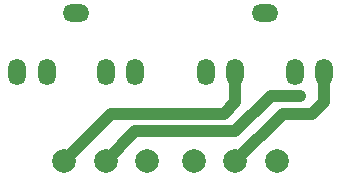
<source format=gbr>
G04 #@! TF.GenerationSoftware,KiCad,Pcbnew,(5.1.2)-1*
G04 #@! TF.CreationDate,2020-11-28T18:44:11+01:00*
G04 #@! TF.ProjectId,Kicad_Tweezers,4b696361-645f-4547-9765-657a6572732e,rev?*
G04 #@! TF.SameCoordinates,Original*
G04 #@! TF.FileFunction,Copper,L2,Bot*
G04 #@! TF.FilePolarity,Positive*
%FSLAX46Y46*%
G04 Gerber Fmt 4.6, Leading zero omitted, Abs format (unit mm)*
G04 Created by KiCad (PCBNEW (5.1.2)-1) date 2020-11-28 18:44:11*
%MOMM*%
%LPD*%
G04 APERTURE LIST*
%ADD10C,2.000000*%
%ADD11O,1.500000X2.250000*%
%ADD12O,2.250000X1.500000*%
%ADD13C,1.000000*%
G04 APERTURE END LIST*
D10*
X142000000Y-103500000D03*
X124000000Y-103500000D03*
X135000000Y-103500000D03*
X131000000Y-103500000D03*
X138500000Y-103500000D03*
X127500000Y-103500000D03*
D11*
X143500000Y-96000000D03*
X146000000Y-96000000D03*
X136000000Y-96000000D03*
X138500000Y-96000000D03*
D12*
X141000000Y-91000000D03*
D11*
X127500000Y-96000000D03*
X130000000Y-96000000D03*
X120000000Y-96000000D03*
X122500000Y-96000000D03*
D12*
X125000000Y-91000000D03*
D13*
X141500000Y-98000000D02*
X144000000Y-98000000D01*
X138500000Y-101000000D02*
X141500000Y-98000000D01*
X127500000Y-103500000D02*
X130000000Y-101000000D01*
X130000000Y-101000000D02*
X138500000Y-101000000D01*
X138500000Y-98500000D02*
X138500000Y-96000000D01*
X137500000Y-99500000D02*
X138500000Y-98500000D01*
X124000000Y-103500000D02*
X128000000Y-99500000D01*
X128000000Y-99500000D02*
X137500000Y-99500000D01*
X146000000Y-98500000D02*
X146000000Y-96000000D01*
X145000000Y-99500000D02*
X146000000Y-98500000D01*
X138500000Y-103500000D02*
X142500000Y-99500000D01*
X142500000Y-99500000D02*
X145000000Y-99500000D01*
M02*

</source>
